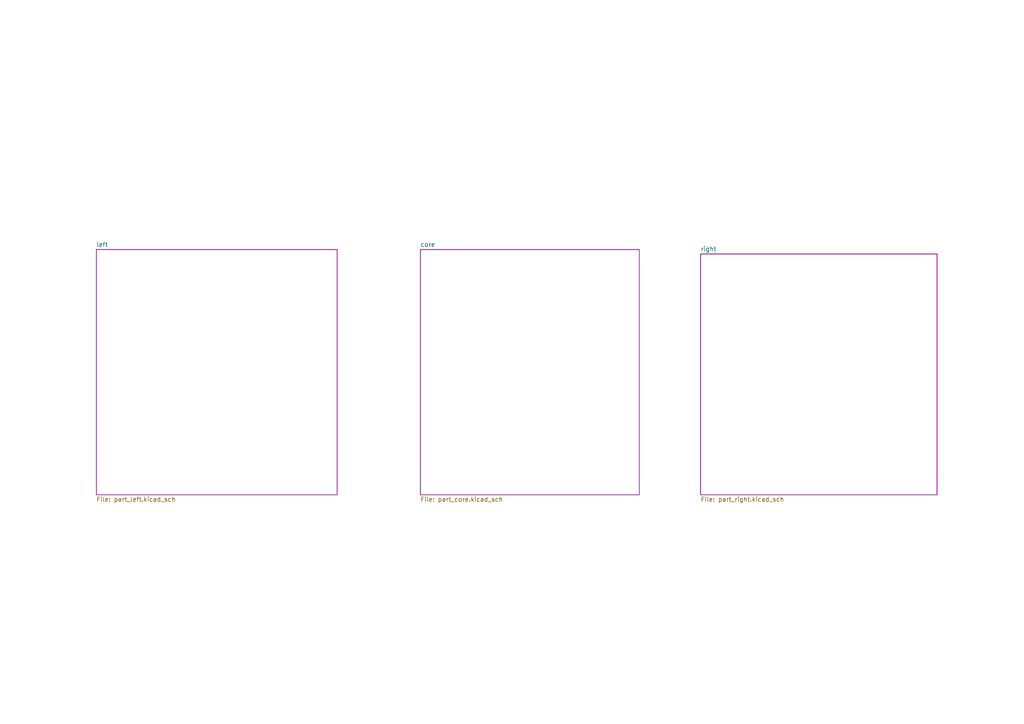
<source format=kicad_sch>
(kicad_sch (version 20211123) (generator eeschema)
  (paper "A4")
  (lib_symbols)
  (sheet (at 27.94 72.39) (size 69.85 71.12) (stroke (width 0.1524) (color 132 0 132 1)) (fill (color 255 255 255 0.0000))
    (property "Sheet name" "left" (at 27.94 71.6784 0) (effects (justify left bottom)))
    (property "Sheet file" "part_left.kicad_sch" (at 27.94 144.0946 0) (effects (justify left top)))
  )
  (sheet (at 203.2 73.66) (size 68.58 69.85) (stroke (width 0.1524) (color 132 0 132 1)) (fill (color 255 255 255 0.0000))
    (property "Sheet name" "right" (at 203.2 72.9484 0) (effects (justify left bottom)))
    (property "Sheet file" "part_right.kicad_sch" (at 203.2 144.0946 0) (effects (justify left top)))
  )
  (sheet (at 121.92 72.39) (size 63.5 71.12) (stroke (width 0.1524) (color 132 0 132 1)) (fill (color 255 255 255 0.0000))
    (property "Sheet name" "core" (at 121.92 71.6784 0) (effects (justify left bottom)))
    (property "Sheet file" "part_core.kicad_sch" (at 121.92 144.0946 0) (effects (justify left top)))
  )
)
</source>
